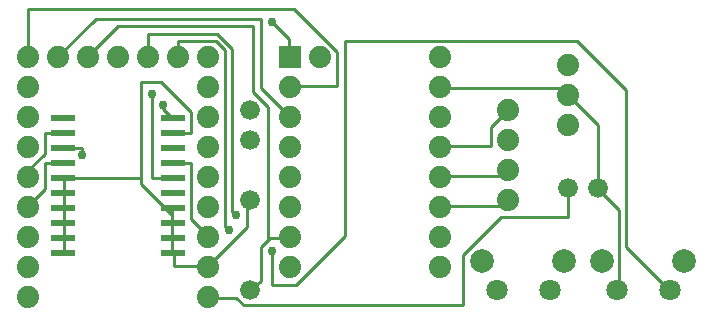
<source format=gbr>
G04 EAGLE Gerber RS-274X export*
G75*
%MOMM*%
%FSLAX34Y34*%
%LPD*%
%INBottom Copper*%
%IPPOS*%
%AMOC8*
5,1,8,0,0,1.08239X$1,22.5*%
G01*
G04 Define Apertures*
%ADD10C,1.879600*%
%ADD11R,1.879600X1.879600*%
%ADD12C,1.676400*%
%ADD13C,1.800000*%
%ADD14C,2.000000*%
%ADD15R,2.053000X0.604500*%
%ADD16C,0.254000*%
%ADD17C,0.756400*%
D10*
X101600Y222758D03*
X127000Y222758D03*
X203200Y44958D03*
X203200Y95758D03*
X203200Y121158D03*
X203200Y146558D03*
X203200Y171958D03*
X203200Y197358D03*
X203200Y222758D03*
X177800Y222758D03*
X152400Y222758D03*
X76200Y222758D03*
X50800Y222758D03*
X50800Y197358D03*
X50800Y171958D03*
X50800Y146558D03*
X50800Y121158D03*
X50800Y95758D03*
X50800Y70358D03*
X203200Y70358D03*
X203200Y19558D03*
X50800Y19558D03*
X50800Y44958D03*
D11*
X272192Y222758D03*
D10*
X272192Y197358D03*
X272192Y171958D03*
X272192Y146558D03*
X272192Y121158D03*
X272192Y95758D03*
X272192Y70358D03*
X272192Y44958D03*
X399192Y44958D03*
X399192Y70358D03*
X399192Y95758D03*
X399192Y121158D03*
X399192Y146558D03*
X399192Y171958D03*
X399192Y197358D03*
X399192Y222758D03*
X297592Y222758D03*
D12*
X238664Y177800D03*
X238664Y152400D03*
X508000Y111760D03*
X533400Y111760D03*
D10*
X457200Y177800D03*
X457200Y152400D03*
X457200Y127000D03*
X457200Y101600D03*
D12*
X238664Y101600D03*
X238664Y25400D03*
D13*
X447400Y25400D03*
X492400Y25400D03*
D14*
X434900Y50400D03*
X504900Y50400D03*
D13*
X549000Y25400D03*
X594000Y25400D03*
D14*
X536500Y50400D03*
X606500Y50400D03*
D15*
X173537Y171450D03*
X173537Y158750D03*
X173537Y146050D03*
X173537Y133350D03*
X173537Y120650D03*
X173537Y107950D03*
X173537Y95250D03*
X173537Y82550D03*
X173537Y69850D03*
X173537Y57150D03*
X80463Y57150D03*
X80463Y69850D03*
X80463Y82550D03*
X80463Y95250D03*
X80463Y107950D03*
X80463Y120650D03*
X80463Y133350D03*
X80463Y146050D03*
X80463Y158750D03*
X80463Y171450D03*
D10*
X508000Y215900D03*
X508000Y190500D03*
X508000Y165100D03*
D16*
X80463Y158750D02*
X65088Y158750D01*
X65088Y141288D01*
X50800Y127000D01*
X50800Y121158D01*
X80463Y146050D02*
X96838Y146050D01*
X96838Y139700D01*
D17*
X96838Y139700D03*
D16*
X165100Y179388D02*
X173038Y171450D01*
X165100Y179388D02*
X165100Y182563D01*
X173038Y171450D02*
X173537Y171450D01*
D17*
X165100Y182563D03*
D16*
X80963Y120650D02*
X80963Y107950D01*
X80963Y69850D02*
X80963Y57150D01*
X80463Y57150D01*
X80963Y82550D02*
X80963Y95250D01*
X80963Y82550D02*
X80963Y69850D01*
X80463Y69850D01*
X80463Y82550D02*
X80963Y82550D01*
X80963Y95250D02*
X80963Y107950D01*
X80463Y107950D01*
X80463Y95250D02*
X80963Y95250D01*
X173038Y69850D02*
X173038Y57150D01*
X173537Y57150D01*
X173038Y88900D02*
X173038Y95250D01*
X173038Y88900D02*
X173038Y82550D01*
X173038Y95250D02*
X173537Y95250D01*
X173537Y158750D02*
X188913Y158750D01*
X188913Y176213D01*
X163513Y201613D01*
X146050Y201613D01*
X146050Y120650D02*
X146050Y115888D01*
X146050Y120650D02*
X146050Y201613D01*
X146050Y115888D02*
X173038Y88900D01*
X173038Y82550D02*
X173038Y69850D01*
X173537Y69850D01*
X173537Y82550D02*
X173038Y82550D01*
X174625Y46038D02*
X203200Y46038D01*
X174625Y46038D02*
X174625Y57150D01*
X173537Y57150D01*
X146050Y120650D02*
X80963Y120650D01*
X80463Y120650D01*
X236538Y100013D02*
X238125Y101600D01*
X236538Y100013D02*
X236538Y79375D01*
X203200Y46038D01*
X238125Y101600D02*
X238664Y101600D01*
X203200Y46038D02*
X203200Y44958D01*
X508000Y190500D02*
X533400Y165100D01*
X533400Y111760D01*
X550863Y26988D02*
X549275Y25400D01*
X550863Y26988D02*
X550863Y93663D01*
X533400Y111125D01*
X549000Y25400D02*
X549275Y25400D01*
X533400Y111125D02*
X533400Y111760D01*
X508000Y196850D02*
X400050Y196850D01*
X508000Y196850D02*
X508000Y190500D01*
X400050Y196850D02*
X399192Y197358D01*
X400050Y122238D02*
X457200Y122238D01*
X457200Y127000D01*
X400050Y122238D02*
X399192Y121158D01*
X400050Y96838D02*
X457200Y96838D01*
X457200Y101600D01*
X400050Y96838D02*
X399192Y95758D01*
X247650Y33338D02*
X239713Y25400D01*
X247650Y33338D02*
X247650Y61913D01*
X254794Y69056D02*
X255588Y69850D01*
X254794Y69056D02*
X247650Y61913D01*
X255588Y69850D02*
X271463Y69850D01*
X239713Y25400D02*
X238664Y25400D01*
X271463Y69850D02*
X272192Y70358D01*
X101600Y223838D02*
X127000Y249238D01*
X241300Y249238D01*
X241300Y193675D01*
X254000Y180975D01*
X254000Y69850D01*
X101600Y222758D02*
X101600Y223838D01*
X254000Y69850D02*
X254794Y69056D01*
X271463Y238125D02*
X257175Y252413D01*
X271463Y238125D02*
X271463Y223838D01*
X272192Y222758D01*
D17*
X257175Y252413D03*
D16*
X557213Y61913D02*
X593725Y25400D01*
X557213Y61913D02*
X557213Y195263D01*
X515938Y236538D01*
X319088Y236538D01*
X319088Y71438D01*
X277813Y30163D01*
X257175Y30163D01*
X257175Y58738D01*
X227013Y88900D02*
X223838Y92075D01*
X223838Y230188D01*
X211138Y242888D01*
X152400Y242888D01*
X152400Y222758D01*
X593725Y25400D02*
X594000Y25400D01*
D17*
X257175Y58738D03*
X227013Y88900D03*
D16*
X188913Y133350D02*
X173537Y133350D01*
X188913Y133350D02*
X188913Y85725D01*
X203200Y71438D01*
X203200Y70358D01*
X76200Y223838D02*
X107950Y255588D01*
X247650Y255588D01*
X247650Y196850D01*
X271463Y173038D01*
X76200Y222758D02*
X76200Y223838D01*
X271463Y173038D02*
X272192Y171958D01*
X273050Y198438D02*
X312738Y198438D01*
X312738Y227013D01*
X276225Y263525D01*
X50800Y263525D01*
X50800Y222758D01*
X272192Y197358D02*
X273050Y198438D01*
X400050Y147638D02*
X442913Y147638D01*
X442913Y163513D01*
X457200Y177800D01*
X400050Y147638D02*
X399192Y146558D01*
X80463Y133350D02*
X65088Y133350D01*
X65088Y111125D01*
X50800Y96838D01*
X50800Y95758D01*
X155575Y120650D02*
X173537Y120650D01*
X155575Y120650D02*
X155575Y192088D01*
D17*
X155575Y192088D03*
D16*
X203200Y19050D02*
X227013Y19050D01*
X233363Y12700D01*
X419100Y12700D01*
X419100Y55563D01*
X450850Y87313D01*
X508000Y87313D01*
X508000Y111760D01*
X203200Y19558D02*
X203200Y19050D01*
X220663Y76200D02*
X217488Y79375D01*
X217488Y228600D01*
X209550Y236538D01*
X177800Y236538D01*
X177800Y222758D01*
D17*
X220663Y76200D03*
M02*

</source>
